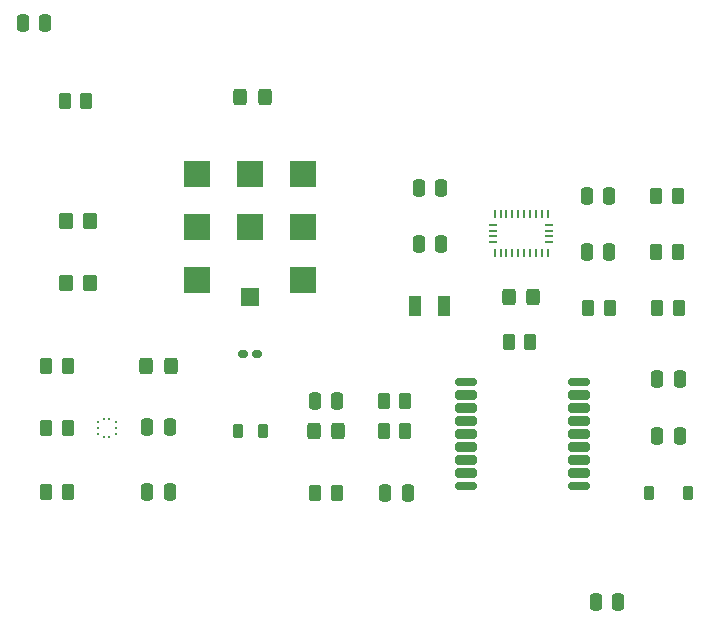
<source format=gbr>
%TF.GenerationSoftware,KiCad,Pcbnew,7.0.7*%
%TF.CreationDate,2024-02-14T21:09:05-05:00*%
%TF.ProjectId,Unified_Board,556e6966-6965-4645-9f42-6f6172642e6b,rev?*%
%TF.SameCoordinates,Original*%
%TF.FileFunction,Paste,Top*%
%TF.FilePolarity,Positive*%
%FSLAX46Y46*%
G04 Gerber Fmt 4.6, Leading zero omitted, Abs format (unit mm)*
G04 Created by KiCad (PCBNEW 7.0.7) date 2024-02-14 21:09:05*
%MOMM*%
%LPD*%
G01*
G04 APERTURE LIST*
G04 Aperture macros list*
%AMRoundRect*
0 Rectangle with rounded corners*
0 $1 Rounding radius*
0 $2 $3 $4 $5 $6 $7 $8 $9 X,Y pos of 4 corners*
0 Add a 4 corners polygon primitive as box body*
4,1,4,$2,$3,$4,$5,$6,$7,$8,$9,$2,$3,0*
0 Add four circle primitives for the rounded corners*
1,1,$1+$1,$2,$3*
1,1,$1+$1,$4,$5*
1,1,$1+$1,$6,$7*
1,1,$1+$1,$8,$9*
0 Add four rect primitives between the rounded corners*
20,1,$1+$1,$2,$3,$4,$5,0*
20,1,$1+$1,$4,$5,$6,$7,0*
20,1,$1+$1,$6,$7,$8,$9,0*
20,1,$1+$1,$8,$9,$2,$3,0*%
G04 Aperture macros list end*
%ADD10RoundRect,0.250000X-0.262500X-0.450000X0.262500X-0.450000X0.262500X0.450000X-0.262500X0.450000X0*%
%ADD11RoundRect,0.250000X-0.250000X-0.475000X0.250000X-0.475000X0.250000X0.475000X-0.250000X0.475000X0*%
%ADD12R,1.500000X1.500000*%
%ADD13R,2.300000X2.300000*%
%ADD14RoundRect,0.250000X0.325000X0.450000X-0.325000X0.450000X-0.325000X-0.450000X0.325000X-0.450000X0*%
%ADD15RoundRect,0.250000X0.250000X0.475000X-0.250000X0.475000X-0.250000X-0.475000X0.250000X-0.475000X0*%
%ADD16R,0.250000X0.275000*%
%ADD17R,0.275000X0.250000*%
%ADD18RoundRect,0.250000X-0.325000X-0.450000X0.325000X-0.450000X0.325000X0.450000X-0.325000X0.450000X0*%
%ADD19R,0.254000X0.675000*%
%ADD20R,0.675000X0.254000*%
%ADD21R,1.000000X1.800000*%
%ADD22RoundRect,0.175000X0.725000X0.175000X-0.725000X0.175000X-0.725000X-0.175000X0.725000X-0.175000X0*%
%ADD23RoundRect,0.200000X0.700000X0.200000X-0.700000X0.200000X-0.700000X-0.200000X0.700000X-0.200000X0*%
%ADD24RoundRect,0.218750X0.218750X0.381250X-0.218750X0.381250X-0.218750X-0.381250X0.218750X-0.381250X0*%
%ADD25RoundRect,0.225000X-0.225000X-0.375000X0.225000X-0.375000X0.225000X0.375000X-0.225000X0.375000X0*%
%ADD26RoundRect,0.250000X-0.350000X-0.450000X0.350000X-0.450000X0.350000X0.450000X-0.350000X0.450000X0*%
%ADD27RoundRect,0.250000X0.262500X0.450000X-0.262500X0.450000X-0.262500X-0.450000X0.262500X-0.450000X0*%
%ADD28RoundRect,0.160000X-0.222500X-0.160000X0.222500X-0.160000X0.222500X0.160000X-0.222500X0.160000X0*%
G04 APERTURE END LIST*
D10*
%TO.C,R15*%
X103087500Y-56600000D03*
X104912500Y-56600000D03*
%TD*%
D11*
%TO.C,C7*%
X153250000Y-85000000D03*
X155150000Y-85000000D03*
%TD*%
D12*
%TO.C,ANT1*%
X118800000Y-73200000D03*
D13*
X114300000Y-71800000D03*
X123300000Y-71800000D03*
X114300000Y-67300000D03*
X118800000Y-67300000D03*
X123300000Y-67300000D03*
X114300000Y-62800000D03*
X118800000Y-62800000D03*
X123300000Y-62800000D03*
%TD*%
D11*
%TO.C,C12*%
X124250000Y-82000000D03*
X126150000Y-82000000D03*
%TD*%
D14*
%TO.C,D5*%
X142775000Y-73200000D03*
X140725000Y-73200000D03*
%TD*%
D15*
%TO.C,C11*%
X99550000Y-50000000D03*
X101450000Y-50000000D03*
%TD*%
D10*
%TO.C,R4*%
X101525000Y-84300000D03*
X103350000Y-84300000D03*
%TD*%
%TO.C,R16*%
X130087500Y-82000000D03*
X131912500Y-82000000D03*
%TD*%
D16*
%TO.C,Alt1*%
X106887500Y-83537500D03*
X106387500Y-83537500D03*
D17*
X105875000Y-83800000D03*
X105875000Y-84300000D03*
X105875000Y-84800000D03*
D16*
X106387500Y-85062500D03*
X106887500Y-85062500D03*
D17*
X107400000Y-84800000D03*
X107400000Y-84300000D03*
X107400000Y-83800000D03*
%TD*%
D11*
%TO.C,C5*%
X133050000Y-68750000D03*
X134950000Y-68750000D03*
%TD*%
D10*
%TO.C,R3*%
X101525000Y-89700000D03*
X103350000Y-89700000D03*
%TD*%
D18*
%TO.C,D4*%
X110012500Y-79100000D03*
X112062500Y-79100000D03*
%TD*%
%TO.C,D3*%
X124175000Y-84600000D03*
X126225000Y-84600000D03*
%TD*%
D19*
%TO.C,U1*%
X144000000Y-69500000D03*
D20*
X144137500Y-68587500D03*
X144137500Y-68087500D03*
X144137500Y-67587500D03*
X144137500Y-67087500D03*
D19*
X144000000Y-66175000D03*
X143500000Y-66175000D03*
X143000000Y-66175000D03*
X142500000Y-66175000D03*
X142000000Y-66175000D03*
X141500000Y-66175000D03*
X141000000Y-66175000D03*
X140500000Y-66175000D03*
X140000000Y-66175000D03*
X139500000Y-66175000D03*
D20*
X139362500Y-67087500D03*
X139362500Y-67587500D03*
X139362500Y-68087500D03*
X139362500Y-68587500D03*
D19*
X139500000Y-69500000D03*
X140000000Y-69500000D03*
X140500000Y-69500000D03*
X141000000Y-69500000D03*
X141500000Y-69500000D03*
X142000000Y-69500000D03*
X142500000Y-69500000D03*
X143000000Y-69500000D03*
X143500000Y-69500000D03*
%TD*%
D11*
%TO.C,C2*%
X110087500Y-84200000D03*
X111987500Y-84200000D03*
%TD*%
D10*
%TO.C,R11*%
X140687500Y-77000000D03*
X142512500Y-77000000D03*
%TD*%
%TO.C,R7*%
X153275000Y-74162500D03*
X155100000Y-74162500D03*
%TD*%
%TO.C,R12*%
X101525000Y-79100000D03*
X103350000Y-79100000D03*
%TD*%
D15*
%TO.C,C8*%
X155150000Y-80200000D03*
X153250000Y-80200000D03*
%TD*%
D21*
%TO.C,Y1*%
X132750000Y-74000000D03*
X135250000Y-74000000D03*
%TD*%
D22*
%TO.C,U2*%
X146600000Y-89200000D03*
D23*
X146600000Y-88100000D03*
X146600000Y-87000000D03*
X146600000Y-85900000D03*
X146600000Y-84800000D03*
X146600000Y-83700000D03*
X146600000Y-82600000D03*
X146600000Y-81500000D03*
D22*
X146600000Y-80400000D03*
X137100000Y-80400000D03*
D23*
X137100000Y-81500000D03*
X137100000Y-82600000D03*
X137100000Y-83700000D03*
X137100000Y-84800000D03*
X137100000Y-85900000D03*
X137100000Y-87000000D03*
X137100000Y-88100000D03*
D22*
X137100000Y-89200000D03*
%TD*%
D10*
%TO.C,R6*%
X153187500Y-69412500D03*
X155012500Y-69412500D03*
%TD*%
D24*
%TO.C,FB1*%
X119862500Y-84600000D03*
X117737500Y-84600000D03*
%TD*%
D25*
%TO.C,D1*%
X152600000Y-89800000D03*
X155900000Y-89800000D03*
%TD*%
D15*
%TO.C,C1*%
X111987500Y-89700000D03*
X110087500Y-89700000D03*
%TD*%
D26*
%TO.C,R1*%
X103200000Y-66800000D03*
X105200000Y-66800000D03*
%TD*%
D10*
%TO.C,R5*%
X153187500Y-64662500D03*
X155012500Y-64662500D03*
%TD*%
D18*
%TO.C,D6*%
X117975000Y-56250000D03*
X120025000Y-56250000D03*
%TD*%
D27*
%TO.C,R9*%
X131912500Y-84600000D03*
X130087500Y-84600000D03*
%TD*%
D11*
%TO.C,C6*%
X133050000Y-64000000D03*
X134950000Y-64000000D03*
%TD*%
D15*
%TO.C,C9*%
X132150000Y-89800000D03*
X130250000Y-89800000D03*
%TD*%
D11*
%TO.C,C3*%
X147300000Y-69412500D03*
X149200000Y-69412500D03*
%TD*%
%TO.C,C8*%
X148050000Y-99000000D03*
X149950000Y-99000000D03*
%TD*%
%TO.C,C4*%
X147300000Y-64662500D03*
X149200000Y-64662500D03*
%TD*%
D27*
%TO.C,R8*%
X149250000Y-74162500D03*
X147425000Y-74162500D03*
%TD*%
D28*
%TO.C,D7*%
X118227500Y-78000000D03*
X119372500Y-78000000D03*
%TD*%
D10*
%TO.C,R13*%
X124287500Y-89800000D03*
X126112500Y-89800000D03*
%TD*%
D26*
%TO.C,R2*%
X103200000Y-72000000D03*
X105200000Y-72000000D03*
%TD*%
M02*

</source>
